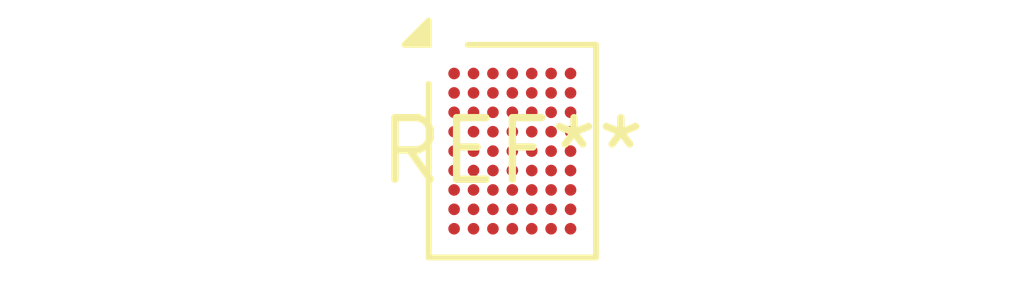
<source format=kicad_pcb>
(kicad_pcb (version 20240108) (generator pcbnew)
  (layers (0 "F.Cu" signal) (31 "B.Cu" signal) (34 "B.Paste" user) (35 "F.Paste" user) (36 "B.SilkS" user "B.Silkscreen") (37 "F.SilkS" user "F.Silkscreen") (38 "B.Mask" user) (39 "F.Mask" user) (44 "Edge.Cuts" user))
  (net 0 "")
  (footprint "ST_WLCSP-63_Die427" (layer "F.Cu") (at 0 0)
    (property "Reference" "REF**")
    (property "Value" "ST_WLCSP-63_Die427")
    (fp_line (start -1.724 2.192) (end -1.724 -1.385) (layer "F.SilkS") (stroke (width 0.12)))
    (fp_line (start -0.917 -2.192) (end 1.724 -2.192) (layer "F.SilkS") (stroke (width 0.12)))
    (fp_line (start 1.724 -2.192) (end 1.724 2.192) (layer "F.SilkS") (stroke (width 0.12)))
    (fp_line (start 1.724 2.192) (end -1.724 2.192) (layer "F.SilkS") (stroke (width 0.12)))
    (fp_poly (pts (xy -1.724 -2.192) (xy -2.224 -2.192) (xy -1.724 -2.692) (xy -1.724 -2.192)) (layer "F.SilkS") (stroke (width 0.12)) (fill solid))
    (pad "A1" smd circle (at -1.2 -1.6) (size 0.24 0.24) (property pad_prop_bga) (layers "F.Cu" "F.Paste" "F.Mask"))
    (pad "A2" smd circle (at -0.8 -1.6) (size 0.24 0.24) (property pad_prop_bga) (layers "F.Cu" "F.Paste" "F.Mask"))
    (pad "A3" smd circle (at -0.4 -1.6) (size 0.24 0.24) (property pad_prop_bga) (layers "F.Cu" "F.Paste" "F.Mask"))
    (pad "A4" smd circle (at 0 -1.6) (size 0.24 0.24) (property pad_prop_bga) (layers "F.Cu" "F.Paste" "F.Mask"))
    (pad "A5" smd circle (at 0.4 -1.6) (size 0.24 0.24) (property pad_prop_bga) (layers "F.Cu" "F.Paste" "F.Mask"))
    (pad "A6" smd circle (at 0.8 -1.6) (size 0.24 0.24) (property pad_prop_bga) (layers "F.Cu" "F.Paste" "F.Mask"))
    (pad "A7" smd circle (at 1.2 -1.6) (size 0.24 0.24) (property pad_prop_bga) (layers "F.Cu" "F.Paste" "F.Mask"))
    (pad "B1" smd circle (at -1.2 -1.2) (size 0.24 0.24) (property pad_prop_bga) (layers "F.Cu" "F.Paste" "F.Mask"))
    (pad "B2" smd circle (at -0.8 -1.2) (size 0.24 0.24) (property pad_prop_bga) (layers "F.Cu" "F.Paste" "F.Mask"))
    (pad "B3" smd circle (at -0.4 -1.2) (size 0.24 0.24) (property pad_prop_bga) (layers "F.Cu" "F.Paste" "F.Mask"))
    (pad "B4" smd circle (at 0 -1.2) (size 0.24 0.24) (property pad_prop_bga) (layers "F.Cu" "F.Paste" "F.Mask"))
    (pad "B5" smd circle (at 0.4 -1.2) (size 0.24 0.24) (property pad_prop_bga) (layers "F.Cu" "F.Paste" "F.Mask"))
    (pad "B6" smd circle (at 0.8 -1.2) (size 0.24 0.24) (property pad_prop_bga) (layers "F.Cu" "F.Paste" "F.Mask"))
    (pad "B7" smd circle (at 1.2 -1.2) (size 0.24 0.24) (property pad_prop_bga) (layers "F.Cu" "F.Paste" "F.Mask"))
    (pad "C1" smd circle (at -1.2 -0.8) (size 0.24 0.24) (property pad_prop_bga) (layers "F.Cu" "F.Paste" "F.Mask"))
    (pad "C2" smd circle (at -0.8 -0.8) (size 0.24 0.24) (property pad_prop_bga) (layers "F.Cu" "F.Paste" "F.Mask"))
    (pad "C3" smd circle (at -0.4 -0.8) (size 0.24 0.24) (property pad_prop_bga) (layers "F.Cu" "F.Paste" "F.Mask"))
    (pad "C4" smd circle (at 0 -0.8) (size 0.24 0.24) (property pad_prop_bga) (layers "F.Cu" "F.Paste" "F.Mask"))
    (pad "C5" smd circle (at 0.4 -0.8) (size 0.24 0.24) (property pad_prop_bga) (layers "F.Cu" "F.Paste" "F.Mask"))
    (pad "C6" smd circle (at 0.8 -0.8) (size 0.24 0.24) (property pad_prop_bga) (layers "F.Cu" "F.Paste" "F.Mask"))
    (pad "C7" smd circle (at 1.2 -0.8) (size 0.24 0.24) (property pad_prop_bga) (layers "F.Cu" "F.Paste" "F.Mask"))
    (pad "D1" smd circle (at -1.2 -0.4) (size 0.24 0.24) (property pad_prop_bga) (layers "F.Cu" "F.Paste" "F.Mask"))
    (pad "D2" smd circle (at -0.8 -0.4) (size 0.24 0.24) (property pad_prop_bga) (layers "F.Cu" "F.Paste" "F.Mask"))
    (pad "D3" smd circle (at -0.4 -0.4) (size 0.24 0.24) (property pad_prop_bga) (layers "F.Cu" "F.Paste" "F.Mask"))
    (pad "D4" smd circle (at 0 -0.4) (size 0.24 0.24) (property pad_prop_bga) (layers "F.Cu" "F.Paste" "F.Mask"))
    (pad "D5" smd circle (at 0.4 -0.4) (size 0.24 0.24) (property pad_prop_bga) (layers "F.Cu" "F.Paste" "F.Mask"))
    (pad "D6" smd circle (at 0.8 -0.4) (size 0.24 0.24) (property pad_prop_bga) (layers "F.Cu" "F.Paste" "F.Mask"))
    (pad "D7" smd circle (at 1.2 -0.4) (size 0.24 0.24) (property pad_prop_bga) (layers "F.Cu" "F.Paste" "F.Mask"))
    (pad "E1" smd circle (at -1.2 0) (size 0.24 0.24) (property pad_prop_bga) (layers "F.Cu" "F.Paste" "F.Mask"))
    (pad "E2" smd circle (at -0.8 0) (size 0.24 0.24) (property pad_prop_bga) (layers "F.Cu" "F.Paste" "F.Mask"))
    (pad "E3" smd circle (at -0.4 0) (size 0.24 0.24) (property pad_prop_bga) (layers "F.Cu" "F.Paste" "F.Mask"))
    (pad "E4" smd circle (at 0 0) (size 0.24 0.24) (property pad_prop_bga) (layers "F.Cu" "F.Paste" "F.Mask"))
    (pad "E5" smd circle (at 0.4 0) (size 0.24 0.24) (property pad_prop_bga) (layers "F.Cu" "F.Paste" "F.Mask"))
    (pad "E6" smd circle (at 0.8 0) (size 0.24 0.24) (property pad_prop_bga) (layers "F.Cu" "F.Paste" "F.Mask"))
    (pad "E7" smd circle (at 1.2 0) (size 0.24 0.24) (property pad_prop_bga) (layers "F.Cu" "F.Paste" "F.Mask"))
    (pad "F1" smd circle (at -1.2 0.4) (size 0.24 0.24) (property pad_prop_bga) (layers "F.Cu" "F.Paste" "F.Mask"))
    (pad "F2" smd circle (at -0.8 0.4) (size 0.24 0.24) (property pad_prop_bga) (layers "F.Cu" "F.Paste" "F.Mask"))
    (pad "F3" smd circle (at -0.4 0.4) (size 0.24 0.24) (property pad_prop_bga) (layers "F.Cu" "F.Paste" "F.Mask"))
    (pad "F4" smd circle (at 0 0.4) (size 0.24 0.24) (property pad_prop_bga) (layers "F.Cu" "F.Paste" "F.Mask"))
    (pad "F5" smd circle (at 0.4 0.4) (size 0.24 0.24) (property pad_prop_bga) (layers "F.Cu" "F.Paste" "F.Mask"))
    (pad "F6" smd circle (at 0.8 0.4) (size 0.24 0.24) (property pad_prop_bga) (layers "F.Cu" "F.Paste" "F.Mask"))
    (pad "F7" smd circle (at 1.2 0.4) (size 0.24 0.24) (property pad_prop_bga) (layers "F.Cu" "F.Paste" "F.Mask"))
    (pad "G1" smd circle (at -1.2 0.8) (size 0.24 0.24) (property pad_prop_bga) (layers "F.Cu" "F.Paste" "F.Mask"))
    (pad "G2" smd circle (at -0.8 0.8) (size 0.24 0.24) (property pad_prop_bga) (layers "F.Cu" "F.Paste" "F.Mask"))
    (pad "G3" smd circle (at -0.4 0.8) (size 0.24 0.24) (property pad_prop_bga) (layers "F.Cu" "F.Paste" "F.Mask"))
    (pad "G4" smd circle (at 0 0.8) (size 0.24 0.24) (property pad_prop_bga) (layers "F.Cu" "F.Paste" "F.Mask"))
    (pad "G5" smd circle (at 0.4 0.8) (size 0.24 0.24) (property pad_prop_bga) (layers "F.Cu" "F.Paste" "F.Mask"))
    (pad "G6" smd circle (at 0.8 0.8) (size 0.24 0.24) (property pad_prop_bga) (layers "F.Cu" "F.Paste" "F.Mask"))
    (pad "G7" smd circle (at 1.2 0.8) (size 0.24 0.24) (property pad_prop_bga) (layers "F.Cu" "F.Paste" "F.Mask"))
    (pad "H1" smd circle (at -1.2 1.2) (size 0.24 0.24) (property pad_prop_bga) (layers "F.Cu" "F.Paste" "F.Mask"))
    (pad "H2" smd circle (at -0.8 1.2) (size 0.24 0.24) (property pad_prop_bga) (layers "F.Cu" "F.Paste" "F.Mask"))
    (pad "H3" smd circle (at -0.4 1.2) (size 0.24 0.24) (property pad_prop_bga) (layers "F.Cu" "F.Paste" "F.Mask"))
    (pad "H4" smd circle (at 0 1.2) (size 0.24 0.24) (property pad_prop_bga) (layers "F.Cu" "F.Paste" "F.Mask"))
    (pad "H5" smd circle (at 0.4 1.2) (size 0.24 0.24) (property pad_prop_bga) (layers "F.Cu" "F.Paste" "F.Mask"))
    (pad "H6" smd circle (at 0.8 1.2) (size 0.24 0.24) (property pad_prop_bga) (layers "F.Cu" "F.Paste" "F.Mask"))
    (pad "H7" smd circle (at 1.2 1.2) (size 0.24 0.24) (property pad_prop_bga) (layers "F.Cu" "F.Paste" "F.Mask"))
    (pad "J1" smd circle (at -1.2 1.6) (size 0.24 0.24) (property pad_prop_bga) (layers "F.Cu" "F.Paste" "F.Mask"))
    (pad "J2" smd circle (at -0.8 1.6) (size 0.24 0.24) (property pad_prop_bga) (layers "F.Cu" "F.Paste" "F.Mask"))
    (pad "J3" smd circle (at -0.4 1.6) (size 0.24 0.24) (property pad_prop_bga) (layers "F.Cu" "F.Paste" "F.Mask"))
    (pad "J4" smd circle (at 0 1.6) (size 0.24 0.24) (property pad_prop_bga) (layers "F.Cu" "F.Paste" "F.Mask"))
    (pad "J5" smd circle (at 0.4 1.6) (size 0.24 0.24) (property pad_prop_bga) (layers "F.Cu" "F.Paste" "F.Mask"))
    (pad "J6" smd circle (at 0.8 1.6) (size 0.24 0.24) (property pad_prop_bga) (layers "F.Cu" "F.Paste" "F.Mask"))
    (pad "J7" smd circle (at 1.2 1.6) (size 0.24 0.24) (property pad_prop_bga) (layers "F.Cu" "F.Paste" "F.Mask"))
  )
)
</source>
